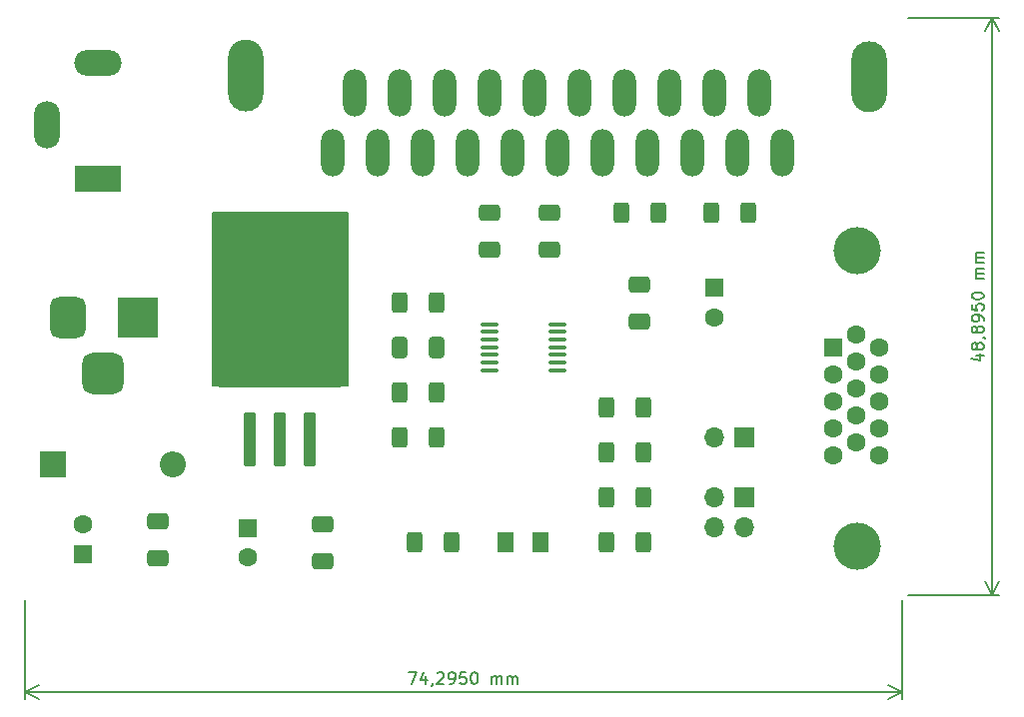
<source format=gbr>
%TF.GenerationSoftware,KiCad,Pcbnew,7.0.8*%
%TF.CreationDate,2023-10-25T20:50:05+02:00*%
%TF.ProjectId,SCART_syncSplitter,53434152-545f-4737-996e-6353706c6974,rev?*%
%TF.SameCoordinates,Original*%
%TF.FileFunction,Soldermask,Top*%
%TF.FilePolarity,Negative*%
%FSLAX46Y46*%
G04 Gerber Fmt 4.6, Leading zero omitted, Abs format (unit mm)*
G04 Created by KiCad (PCBNEW 7.0.8) date 2023-10-25 20:50:05*
%MOMM*%
%LPD*%
G01*
G04 APERTURE LIST*
G04 Aperture macros list*
%AMRoundRect*
0 Rectangle with rounded corners*
0 $1 Rounding radius*
0 $2 $3 $4 $5 $6 $7 $8 $9 X,Y pos of 4 corners*
0 Add a 4 corners polygon primitive as box body*
4,1,4,$2,$3,$4,$5,$6,$7,$8,$9,$2,$3,0*
0 Add four circle primitives for the rounded corners*
1,1,$1+$1,$2,$3*
1,1,$1+$1,$4,$5*
1,1,$1+$1,$6,$7*
1,1,$1+$1,$8,$9*
0 Add four rect primitives between the rounded corners*
20,1,$1+$1,$2,$3,$4,$5,0*
20,1,$1+$1,$4,$5,$6,$7,0*
20,1,$1+$1,$6,$7,$8,$9,0*
20,1,$1+$1,$8,$9,$2,$3,0*%
G04 Aperture macros list end*
%ADD10C,0.150000*%
%ADD11R,2.200000X2.200000*%
%ADD12O,2.200000X2.200000*%
%ADD13RoundRect,0.250000X-0.400000X-0.625000X0.400000X-0.625000X0.400000X0.625000X-0.400000X0.625000X0*%
%ADD14RoundRect,0.250000X0.400000X0.625000X-0.400000X0.625000X-0.400000X-0.625000X0.400000X-0.625000X0*%
%ADD15O,4.000000X2.200000*%
%ADD16O,2.200000X4.000000*%
%ADD17R,4.000000X2.200000*%
%ADD18R,3.500000X3.500000*%
%ADD19RoundRect,0.750000X-0.750000X-1.000000X0.750000X-1.000000X0.750000X1.000000X-0.750000X1.000000X0*%
%ADD20RoundRect,0.875000X-0.875000X-0.875000X0.875000X-0.875000X0.875000X0.875000X-0.875000X0.875000X0*%
%ADD21R,1.600000X1.600000*%
%ADD22C,1.600000*%
%ADD23RoundRect,0.100000X-0.637500X-0.100000X0.637500X-0.100000X0.637500X0.100000X-0.637500X0.100000X0*%
%ADD24RoundRect,0.250000X0.650000X-0.412500X0.650000X0.412500X-0.650000X0.412500X-0.650000X-0.412500X0*%
%ADD25RoundRect,0.250000X-0.412500X-0.650000X0.412500X-0.650000X0.412500X0.650000X-0.412500X0.650000X0*%
%ADD26RoundRect,0.250000X-0.650000X0.412500X-0.650000X-0.412500X0.650000X-0.412500X0.650000X0.412500X0*%
%ADD27RoundRect,0.250001X-0.462499X-0.624999X0.462499X-0.624999X0.462499X0.624999X-0.462499X0.624999X0*%
%ADD28C,3.000000*%
%ADD29O,3.000000X6.000000*%
%ADD30O,2.000000X4.000000*%
%ADD31C,4.000000*%
%ADD32R,1.700000X1.700000*%
%ADD33O,1.700000X1.700000*%
%ADD34RoundRect,0.250000X0.300000X-2.050000X0.300000X2.050000X-0.300000X2.050000X-0.300000X-2.050000X0*%
%ADD35RoundRect,0.250002X5.149998X-4.449998X5.149998X4.449998X-5.149998X4.449998X-5.149998X-4.449998X0*%
G04 APERTURE END LIST*
D10*
X130083152Y-47640356D02*
X130749819Y-47640356D01*
X129702200Y-47878451D02*
X130416485Y-48116546D01*
X130416485Y-48116546D02*
X130416485Y-47497499D01*
X130178390Y-46973689D02*
X130130771Y-47068927D01*
X130130771Y-47068927D02*
X130083152Y-47116546D01*
X130083152Y-47116546D02*
X129987914Y-47164165D01*
X129987914Y-47164165D02*
X129940295Y-47164165D01*
X129940295Y-47164165D02*
X129845057Y-47116546D01*
X129845057Y-47116546D02*
X129797438Y-47068927D01*
X129797438Y-47068927D02*
X129749819Y-46973689D01*
X129749819Y-46973689D02*
X129749819Y-46783213D01*
X129749819Y-46783213D02*
X129797438Y-46687975D01*
X129797438Y-46687975D02*
X129845057Y-46640356D01*
X129845057Y-46640356D02*
X129940295Y-46592737D01*
X129940295Y-46592737D02*
X129987914Y-46592737D01*
X129987914Y-46592737D02*
X130083152Y-46640356D01*
X130083152Y-46640356D02*
X130130771Y-46687975D01*
X130130771Y-46687975D02*
X130178390Y-46783213D01*
X130178390Y-46783213D02*
X130178390Y-46973689D01*
X130178390Y-46973689D02*
X130226009Y-47068927D01*
X130226009Y-47068927D02*
X130273628Y-47116546D01*
X130273628Y-47116546D02*
X130368866Y-47164165D01*
X130368866Y-47164165D02*
X130559342Y-47164165D01*
X130559342Y-47164165D02*
X130654580Y-47116546D01*
X130654580Y-47116546D02*
X130702200Y-47068927D01*
X130702200Y-47068927D02*
X130749819Y-46973689D01*
X130749819Y-46973689D02*
X130749819Y-46783213D01*
X130749819Y-46783213D02*
X130702200Y-46687975D01*
X130702200Y-46687975D02*
X130654580Y-46640356D01*
X130654580Y-46640356D02*
X130559342Y-46592737D01*
X130559342Y-46592737D02*
X130368866Y-46592737D01*
X130368866Y-46592737D02*
X130273628Y-46640356D01*
X130273628Y-46640356D02*
X130226009Y-46687975D01*
X130226009Y-46687975D02*
X130178390Y-46783213D01*
X130702200Y-46116546D02*
X130749819Y-46116546D01*
X130749819Y-46116546D02*
X130845057Y-46164165D01*
X130845057Y-46164165D02*
X130892676Y-46211784D01*
X130178390Y-45545118D02*
X130130771Y-45640356D01*
X130130771Y-45640356D02*
X130083152Y-45687975D01*
X130083152Y-45687975D02*
X129987914Y-45735594D01*
X129987914Y-45735594D02*
X129940295Y-45735594D01*
X129940295Y-45735594D02*
X129845057Y-45687975D01*
X129845057Y-45687975D02*
X129797438Y-45640356D01*
X129797438Y-45640356D02*
X129749819Y-45545118D01*
X129749819Y-45545118D02*
X129749819Y-45354642D01*
X129749819Y-45354642D02*
X129797438Y-45259404D01*
X129797438Y-45259404D02*
X129845057Y-45211785D01*
X129845057Y-45211785D02*
X129940295Y-45164166D01*
X129940295Y-45164166D02*
X129987914Y-45164166D01*
X129987914Y-45164166D02*
X130083152Y-45211785D01*
X130083152Y-45211785D02*
X130130771Y-45259404D01*
X130130771Y-45259404D02*
X130178390Y-45354642D01*
X130178390Y-45354642D02*
X130178390Y-45545118D01*
X130178390Y-45545118D02*
X130226009Y-45640356D01*
X130226009Y-45640356D02*
X130273628Y-45687975D01*
X130273628Y-45687975D02*
X130368866Y-45735594D01*
X130368866Y-45735594D02*
X130559342Y-45735594D01*
X130559342Y-45735594D02*
X130654580Y-45687975D01*
X130654580Y-45687975D02*
X130702200Y-45640356D01*
X130702200Y-45640356D02*
X130749819Y-45545118D01*
X130749819Y-45545118D02*
X130749819Y-45354642D01*
X130749819Y-45354642D02*
X130702200Y-45259404D01*
X130702200Y-45259404D02*
X130654580Y-45211785D01*
X130654580Y-45211785D02*
X130559342Y-45164166D01*
X130559342Y-45164166D02*
X130368866Y-45164166D01*
X130368866Y-45164166D02*
X130273628Y-45211785D01*
X130273628Y-45211785D02*
X130226009Y-45259404D01*
X130226009Y-45259404D02*
X130178390Y-45354642D01*
X130749819Y-44687975D02*
X130749819Y-44497499D01*
X130749819Y-44497499D02*
X130702200Y-44402261D01*
X130702200Y-44402261D02*
X130654580Y-44354642D01*
X130654580Y-44354642D02*
X130511723Y-44259404D01*
X130511723Y-44259404D02*
X130321247Y-44211785D01*
X130321247Y-44211785D02*
X129940295Y-44211785D01*
X129940295Y-44211785D02*
X129845057Y-44259404D01*
X129845057Y-44259404D02*
X129797438Y-44307023D01*
X129797438Y-44307023D02*
X129749819Y-44402261D01*
X129749819Y-44402261D02*
X129749819Y-44592737D01*
X129749819Y-44592737D02*
X129797438Y-44687975D01*
X129797438Y-44687975D02*
X129845057Y-44735594D01*
X129845057Y-44735594D02*
X129940295Y-44783213D01*
X129940295Y-44783213D02*
X130178390Y-44783213D01*
X130178390Y-44783213D02*
X130273628Y-44735594D01*
X130273628Y-44735594D02*
X130321247Y-44687975D01*
X130321247Y-44687975D02*
X130368866Y-44592737D01*
X130368866Y-44592737D02*
X130368866Y-44402261D01*
X130368866Y-44402261D02*
X130321247Y-44307023D01*
X130321247Y-44307023D02*
X130273628Y-44259404D01*
X130273628Y-44259404D02*
X130178390Y-44211785D01*
X129749819Y-43307023D02*
X129749819Y-43783213D01*
X129749819Y-43783213D02*
X130226009Y-43830832D01*
X130226009Y-43830832D02*
X130178390Y-43783213D01*
X130178390Y-43783213D02*
X130130771Y-43687975D01*
X130130771Y-43687975D02*
X130130771Y-43449880D01*
X130130771Y-43449880D02*
X130178390Y-43354642D01*
X130178390Y-43354642D02*
X130226009Y-43307023D01*
X130226009Y-43307023D02*
X130321247Y-43259404D01*
X130321247Y-43259404D02*
X130559342Y-43259404D01*
X130559342Y-43259404D02*
X130654580Y-43307023D01*
X130654580Y-43307023D02*
X130702200Y-43354642D01*
X130702200Y-43354642D02*
X130749819Y-43449880D01*
X130749819Y-43449880D02*
X130749819Y-43687975D01*
X130749819Y-43687975D02*
X130702200Y-43783213D01*
X130702200Y-43783213D02*
X130654580Y-43830832D01*
X129749819Y-42640356D02*
X129749819Y-42545118D01*
X129749819Y-42545118D02*
X129797438Y-42449880D01*
X129797438Y-42449880D02*
X129845057Y-42402261D01*
X129845057Y-42402261D02*
X129940295Y-42354642D01*
X129940295Y-42354642D02*
X130130771Y-42307023D01*
X130130771Y-42307023D02*
X130368866Y-42307023D01*
X130368866Y-42307023D02*
X130559342Y-42354642D01*
X130559342Y-42354642D02*
X130654580Y-42402261D01*
X130654580Y-42402261D02*
X130702200Y-42449880D01*
X130702200Y-42449880D02*
X130749819Y-42545118D01*
X130749819Y-42545118D02*
X130749819Y-42640356D01*
X130749819Y-42640356D02*
X130702200Y-42735594D01*
X130702200Y-42735594D02*
X130654580Y-42783213D01*
X130654580Y-42783213D02*
X130559342Y-42830832D01*
X130559342Y-42830832D02*
X130368866Y-42878451D01*
X130368866Y-42878451D02*
X130130771Y-42878451D01*
X130130771Y-42878451D02*
X129940295Y-42830832D01*
X129940295Y-42830832D02*
X129845057Y-42783213D01*
X129845057Y-42783213D02*
X129797438Y-42735594D01*
X129797438Y-42735594D02*
X129749819Y-42640356D01*
X130749819Y-41116546D02*
X130083152Y-41116546D01*
X130178390Y-41116546D02*
X130130771Y-41068927D01*
X130130771Y-41068927D02*
X130083152Y-40973689D01*
X130083152Y-40973689D02*
X130083152Y-40830832D01*
X130083152Y-40830832D02*
X130130771Y-40735594D01*
X130130771Y-40735594D02*
X130226009Y-40687975D01*
X130226009Y-40687975D02*
X130749819Y-40687975D01*
X130226009Y-40687975D02*
X130130771Y-40640356D01*
X130130771Y-40640356D02*
X130083152Y-40545118D01*
X130083152Y-40545118D02*
X130083152Y-40402261D01*
X130083152Y-40402261D02*
X130130771Y-40307022D01*
X130130771Y-40307022D02*
X130226009Y-40259403D01*
X130226009Y-40259403D02*
X130749819Y-40259403D01*
X130749819Y-39783213D02*
X130083152Y-39783213D01*
X130178390Y-39783213D02*
X130130771Y-39735594D01*
X130130771Y-39735594D02*
X130083152Y-39640356D01*
X130083152Y-39640356D02*
X130083152Y-39497499D01*
X130083152Y-39497499D02*
X130130771Y-39402261D01*
X130130771Y-39402261D02*
X130226009Y-39354642D01*
X130226009Y-39354642D02*
X130749819Y-39354642D01*
X130226009Y-39354642D02*
X130130771Y-39307023D01*
X130130771Y-39307023D02*
X130083152Y-39211785D01*
X130083152Y-39211785D02*
X130083152Y-39068928D01*
X130083152Y-39068928D02*
X130130771Y-38973689D01*
X130130771Y-38973689D02*
X130226009Y-38926070D01*
X130226009Y-38926070D02*
X130749819Y-38926070D01*
X124325000Y-67945000D02*
X132031420Y-67945000D01*
X124325000Y-19050000D02*
X132031420Y-19050000D01*
X131445000Y-67945000D02*
X131445000Y-19050000D01*
X131445000Y-67945000D02*
X131445000Y-19050000D01*
X131445000Y-67945000D02*
X130858579Y-66818496D01*
X131445000Y-67945000D02*
X132031421Y-66818496D01*
X131445000Y-19050000D02*
X132031421Y-20176504D01*
X131445000Y-19050000D02*
X130858579Y-20176504D01*
X82010834Y-74504819D02*
X82677500Y-74504819D01*
X82677500Y-74504819D02*
X82248929Y-75504819D01*
X83487024Y-74838152D02*
X83487024Y-75504819D01*
X83248929Y-74457200D02*
X83010834Y-75171485D01*
X83010834Y-75171485D02*
X83629881Y-75171485D01*
X84058453Y-75457200D02*
X84058453Y-75504819D01*
X84058453Y-75504819D02*
X84010834Y-75600057D01*
X84010834Y-75600057D02*
X83963215Y-75647676D01*
X84439405Y-74600057D02*
X84487024Y-74552438D01*
X84487024Y-74552438D02*
X84582262Y-74504819D01*
X84582262Y-74504819D02*
X84820357Y-74504819D01*
X84820357Y-74504819D02*
X84915595Y-74552438D01*
X84915595Y-74552438D02*
X84963214Y-74600057D01*
X84963214Y-74600057D02*
X85010833Y-74695295D01*
X85010833Y-74695295D02*
X85010833Y-74790533D01*
X85010833Y-74790533D02*
X84963214Y-74933390D01*
X84963214Y-74933390D02*
X84391786Y-75504819D01*
X84391786Y-75504819D02*
X85010833Y-75504819D01*
X85487024Y-75504819D02*
X85677500Y-75504819D01*
X85677500Y-75504819D02*
X85772738Y-75457200D01*
X85772738Y-75457200D02*
X85820357Y-75409580D01*
X85820357Y-75409580D02*
X85915595Y-75266723D01*
X85915595Y-75266723D02*
X85963214Y-75076247D01*
X85963214Y-75076247D02*
X85963214Y-74695295D01*
X85963214Y-74695295D02*
X85915595Y-74600057D01*
X85915595Y-74600057D02*
X85867976Y-74552438D01*
X85867976Y-74552438D02*
X85772738Y-74504819D01*
X85772738Y-74504819D02*
X85582262Y-74504819D01*
X85582262Y-74504819D02*
X85487024Y-74552438D01*
X85487024Y-74552438D02*
X85439405Y-74600057D01*
X85439405Y-74600057D02*
X85391786Y-74695295D01*
X85391786Y-74695295D02*
X85391786Y-74933390D01*
X85391786Y-74933390D02*
X85439405Y-75028628D01*
X85439405Y-75028628D02*
X85487024Y-75076247D01*
X85487024Y-75076247D02*
X85582262Y-75123866D01*
X85582262Y-75123866D02*
X85772738Y-75123866D01*
X85772738Y-75123866D02*
X85867976Y-75076247D01*
X85867976Y-75076247D02*
X85915595Y-75028628D01*
X85915595Y-75028628D02*
X85963214Y-74933390D01*
X86867976Y-74504819D02*
X86391786Y-74504819D01*
X86391786Y-74504819D02*
X86344167Y-74981009D01*
X86344167Y-74981009D02*
X86391786Y-74933390D01*
X86391786Y-74933390D02*
X86487024Y-74885771D01*
X86487024Y-74885771D02*
X86725119Y-74885771D01*
X86725119Y-74885771D02*
X86820357Y-74933390D01*
X86820357Y-74933390D02*
X86867976Y-74981009D01*
X86867976Y-74981009D02*
X86915595Y-75076247D01*
X86915595Y-75076247D02*
X86915595Y-75314342D01*
X86915595Y-75314342D02*
X86867976Y-75409580D01*
X86867976Y-75409580D02*
X86820357Y-75457200D01*
X86820357Y-75457200D02*
X86725119Y-75504819D01*
X86725119Y-75504819D02*
X86487024Y-75504819D01*
X86487024Y-75504819D02*
X86391786Y-75457200D01*
X86391786Y-75457200D02*
X86344167Y-75409580D01*
X87534643Y-74504819D02*
X87629881Y-74504819D01*
X87629881Y-74504819D02*
X87725119Y-74552438D01*
X87725119Y-74552438D02*
X87772738Y-74600057D01*
X87772738Y-74600057D02*
X87820357Y-74695295D01*
X87820357Y-74695295D02*
X87867976Y-74885771D01*
X87867976Y-74885771D02*
X87867976Y-75123866D01*
X87867976Y-75123866D02*
X87820357Y-75314342D01*
X87820357Y-75314342D02*
X87772738Y-75409580D01*
X87772738Y-75409580D02*
X87725119Y-75457200D01*
X87725119Y-75457200D02*
X87629881Y-75504819D01*
X87629881Y-75504819D02*
X87534643Y-75504819D01*
X87534643Y-75504819D02*
X87439405Y-75457200D01*
X87439405Y-75457200D02*
X87391786Y-75409580D01*
X87391786Y-75409580D02*
X87344167Y-75314342D01*
X87344167Y-75314342D02*
X87296548Y-75123866D01*
X87296548Y-75123866D02*
X87296548Y-74885771D01*
X87296548Y-74885771D02*
X87344167Y-74695295D01*
X87344167Y-74695295D02*
X87391786Y-74600057D01*
X87391786Y-74600057D02*
X87439405Y-74552438D01*
X87439405Y-74552438D02*
X87534643Y-74504819D01*
X89058453Y-75504819D02*
X89058453Y-74838152D01*
X89058453Y-74933390D02*
X89106072Y-74885771D01*
X89106072Y-74885771D02*
X89201310Y-74838152D01*
X89201310Y-74838152D02*
X89344167Y-74838152D01*
X89344167Y-74838152D02*
X89439405Y-74885771D01*
X89439405Y-74885771D02*
X89487024Y-74981009D01*
X89487024Y-74981009D02*
X89487024Y-75504819D01*
X89487024Y-74981009D02*
X89534643Y-74885771D01*
X89534643Y-74885771D02*
X89629881Y-74838152D01*
X89629881Y-74838152D02*
X89772738Y-74838152D01*
X89772738Y-74838152D02*
X89867977Y-74885771D01*
X89867977Y-74885771D02*
X89915596Y-74981009D01*
X89915596Y-74981009D02*
X89915596Y-75504819D01*
X90391786Y-75504819D02*
X90391786Y-74838152D01*
X90391786Y-74933390D02*
X90439405Y-74885771D01*
X90439405Y-74885771D02*
X90534643Y-74838152D01*
X90534643Y-74838152D02*
X90677500Y-74838152D01*
X90677500Y-74838152D02*
X90772738Y-74885771D01*
X90772738Y-74885771D02*
X90820357Y-74981009D01*
X90820357Y-74981009D02*
X90820357Y-75504819D01*
X90820357Y-74981009D02*
X90867976Y-74885771D01*
X90867976Y-74885771D02*
X90963214Y-74838152D01*
X90963214Y-74838152D02*
X91106071Y-74838152D01*
X91106071Y-74838152D02*
X91201310Y-74885771D01*
X91201310Y-74885771D02*
X91248929Y-74981009D01*
X91248929Y-74981009D02*
X91248929Y-75504819D01*
X49530000Y-68445000D02*
X49530000Y-76786420D01*
X123825000Y-68445000D02*
X123825000Y-76786420D01*
X49530000Y-76200000D02*
X123825000Y-76200000D01*
X49530000Y-76200000D02*
X123825000Y-76200000D01*
X49530000Y-76200000D02*
X50656504Y-75613579D01*
X49530000Y-76200000D02*
X50656504Y-76786421D01*
X123825000Y-76200000D02*
X122698496Y-76786421D01*
X123825000Y-76200000D02*
X122698496Y-75613579D01*
X65405000Y-35560000D02*
X76835000Y-35560000D01*
X76835000Y-50165000D01*
X65405000Y-50165000D01*
X65405000Y-35560000D01*
G36*
X65405000Y-35560000D02*
G01*
X76835000Y-35560000D01*
X76835000Y-50165000D01*
X65405000Y-50165000D01*
X65405000Y-35560000D01*
G37*
D11*
%TO.C,D1*%
X51835000Y-56920000D03*
D12*
X61995000Y-56920000D03*
%TD*%
D13*
%TO.C,R4*%
X98780000Y-59690000D03*
X101880000Y-59690000D03*
%TD*%
D14*
%TO.C,R2*%
X103150000Y-35560000D03*
X100050000Y-35560000D03*
%TD*%
%TO.C,R8*%
X84392500Y-50800000D03*
X81292500Y-50800000D03*
%TD*%
D15*
%TO.C,J5*%
X55700000Y-22860000D03*
D16*
X51390000Y-28060000D03*
D17*
X55700000Y-32660000D03*
%TD*%
D18*
%TO.C,J3*%
X59105000Y-44450000D03*
D19*
X53105000Y-44450000D03*
D20*
X56105000Y-49150000D03*
%TD*%
D21*
%TO.C,C9*%
X54375000Y-64500000D03*
D22*
X54375000Y-62000000D03*
%TD*%
D23*
%TO.C,U1*%
X88900000Y-45010000D03*
X88900000Y-45660000D03*
X88900000Y-46310000D03*
X88900000Y-46960000D03*
X88900000Y-47610000D03*
X88900000Y-48260000D03*
X88900000Y-48910000D03*
X94625000Y-48910000D03*
X94625000Y-48260000D03*
X94625000Y-47610000D03*
X94625000Y-46960000D03*
X94625000Y-46310000D03*
X94625000Y-45660000D03*
X94625000Y-45010000D03*
%TD*%
D14*
%TO.C,R9*%
X84392500Y-54610000D03*
X81292500Y-54610000D03*
%TD*%
D24*
%TO.C,C7*%
X60725000Y-64832500D03*
X60725000Y-61707500D03*
%TD*%
D25*
%TO.C,C3*%
X81280000Y-46990000D03*
X84405000Y-46990000D03*
%TD*%
D26*
%TO.C,C6*%
X74695000Y-61937500D03*
X74695000Y-65062500D03*
%TD*%
D13*
%TO.C,R7*%
X98780000Y-55880000D03*
X101880000Y-55880000D03*
%TD*%
D21*
%TO.C,C8*%
X68345000Y-62270000D03*
D22*
X68345000Y-64770000D03*
%TD*%
D27*
%TO.C,D2*%
X90232500Y-63500000D03*
X93207500Y-63500000D03*
%TD*%
D28*
%TO.C,J1*%
X68215000Y-22400000D03*
D29*
X68215000Y-23900000D03*
D28*
X68215000Y-25450000D03*
X121015000Y-22500000D03*
D29*
X121015000Y-24000000D03*
D28*
X121015000Y-25450000D03*
D30*
X75565000Y-30480000D03*
X77470000Y-25400000D03*
X79375000Y-30480000D03*
X81280000Y-25400000D03*
X83185000Y-30480000D03*
X85090000Y-25400000D03*
X86995000Y-30480000D03*
X88900000Y-25400000D03*
X90805000Y-30480000D03*
X92710000Y-25400000D03*
X94615000Y-30480000D03*
X96520000Y-25400000D03*
X98425000Y-30480000D03*
X100330000Y-25400000D03*
X102235000Y-30480000D03*
X104140000Y-25400000D03*
X106045000Y-30480000D03*
X107950000Y-25400000D03*
X109855000Y-30480000D03*
X111760000Y-25400000D03*
X113665000Y-30480000D03*
%TD*%
D13*
%TO.C,R5*%
X98780000Y-63500000D03*
X101880000Y-63500000D03*
%TD*%
D31*
%TO.C,J2*%
X120010000Y-63805000D03*
X120010000Y-38805000D03*
D21*
X117960000Y-46990000D03*
D22*
X117960000Y-49280000D03*
X117960000Y-51570000D03*
X117960000Y-53860000D03*
X117960000Y-56150000D03*
X119940000Y-45845000D03*
X119940000Y-48135000D03*
X119940000Y-50425000D03*
X119940000Y-52715000D03*
X119940000Y-55005000D03*
X121920000Y-46990000D03*
X121920000Y-49280000D03*
X121920000Y-51570000D03*
X121920000Y-53860000D03*
X121920000Y-56150000D03*
%TD*%
D26*
%TO.C,C2*%
X88900000Y-35560000D03*
X88900000Y-38685000D03*
%TD*%
D13*
%TO.C,R3*%
X81292500Y-43180000D03*
X84392500Y-43180000D03*
%TD*%
D21*
%TO.C,C5*%
X107950000Y-41910000D03*
D22*
X107950000Y-44410000D03*
%TD*%
D13*
%TO.C,R10*%
X82550000Y-63500000D03*
X85650000Y-63500000D03*
%TD*%
D32*
%TO.C,JP1*%
X110490000Y-54610000D03*
D33*
X107950000Y-54610000D03*
%TD*%
D34*
%TO.C,U2*%
X68580000Y-54755000D03*
X71120000Y-54755000D03*
D35*
X71120000Y-45605000D03*
D34*
X73660000Y-54755000D03*
%TD*%
D13*
%TO.C,R1*%
X107670000Y-35560000D03*
X110770000Y-35560000D03*
%TD*%
%TO.C,R6*%
X98780000Y-52070000D03*
X101880000Y-52070000D03*
%TD*%
D26*
%TO.C,C1*%
X93980000Y-35560000D03*
X93980000Y-38685000D03*
%TD*%
D24*
%TO.C,C4*%
X101600000Y-44742500D03*
X101600000Y-41617500D03*
%TD*%
D32*
%TO.C,J4*%
X110490000Y-59690000D03*
D33*
X110490000Y-62230000D03*
X107950000Y-59690000D03*
X107950000Y-62230000D03*
%TD*%
M02*

</source>
